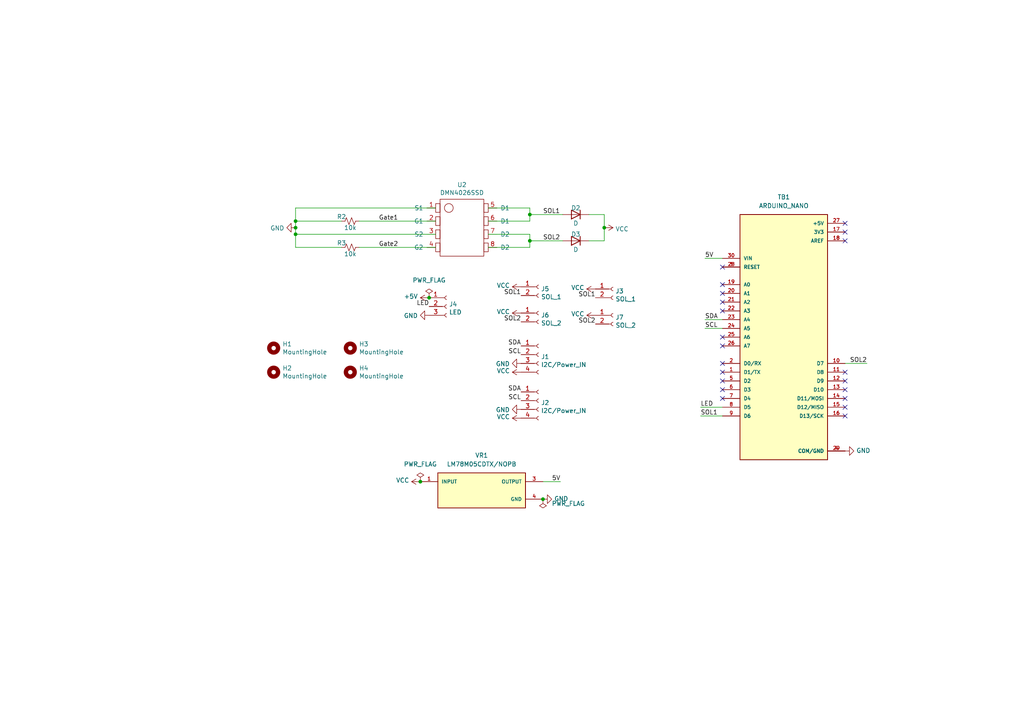
<source format=kicad_sch>
(kicad_sch (version 20211123) (generator eeschema)
  (paper "A4")
  (lib_symbols
    (symbol "ARDUINO_NANO:ARDUINO_NANO" (pin_names (offset 1.016))
      (property "Reference" "TB" (at -12.7 35.56 0))
      (property "Value" "ARDUINO_NANO" (at -12.7 -38.1 0))
      (symbol "ARDUINO_NANO_0_0"
        (rectangle (start -12.7 -35.56) (end 12.7 35.56) (stroke (width 0.254)) (fill (type background)))
        (pin bidirectional line (at -17.78 -10.16 0) (length 5.08) (name "D1/TX") (number "1"))
        (pin bidirectional line (at 17.78 -7.62 180) (length 5.08) (name "D7") (number "10"))
        (pin bidirectional line (at 17.78 -10.16 180) (length 5.08) (name "D8") (number "11"))
        (pin bidirectional line (at 17.78 -12.7 180) (length 5.08) (name "D9") (number "12"))
        (pin bidirectional line (at 17.78 -15.24 180) (length 5.08) (name "D10") (number "13"))
        (pin bidirectional line (at 17.78 -17.78 180) (length 5.08) (name "D11/MOSI") (number "14"))
        (pin bidirectional line (at 17.78 -20.32 180) (length 5.08) (name "D12/MISO") (number "15"))
        (pin bidirectional line (at 17.78 -22.86 180) (length 5.08) (name "D13/SCK") (number "16"))
        (pin power_in line (at 17.78 30.48 180) (length 5.08) (name "3V3") (number "17"))
        (pin power_in line (at 17.78 27.94 180) (length 5.08) (name "AREF") (number "18"))
        (pin input line (at -17.78 15.24 0) (length 5.08) (name "A0") (number "19"))
        (pin bidirectional line (at -17.78 -7.62 0) (length 5.08) (name "D0/RX") (number "2"))
        (pin input line (at -17.78 12.7 0) (length 5.08) (name "A1") (number "20"))
        (pin input line (at -17.78 10.16 0) (length 5.08) (name "A2") (number "21"))
        (pin input line (at -17.78 7.62 0) (length 5.08) (name "A3") (number "22"))
        (pin input line (at -17.78 5.08 0) (length 5.08) (name "A4") (number "23"))
        (pin input line (at -17.78 2.54 0) (length 5.08) (name "A5") (number "24"))
        (pin input line (at -17.78 0 0) (length 5.08) (name "A6") (number "25"))
        (pin input line (at -17.78 -2.54 0) (length 5.08) (name "A7") (number "26"))
        (pin power_in line (at 17.78 33.02 180) (length 5.08) (name "+5V") (number "27"))
        (pin input line (at -17.78 20.32 0) (length 5.08) (name "RESET") (number "28"))
        (pin power_in line (at 17.78 -33.02 180) (length 5.08) (name "COM/GND") (number "29"))
        (pin input line (at -17.78 20.32 0) (length 5.08) (name "RESET") (number "3"))
        (pin input line (at -17.78 22.86 0) (length 5.08) (name "VIN") (number "30"))
        (pin power_in line (at 17.78 -33.02 180) (length 5.08) (name "COM/GND") (number "4"))
        (pin bidirectional line (at -17.78 -12.7 0) (length 5.08) (name "D2") (number "5"))
        (pin bidirectional line (at -17.78 -15.24 0) (length 5.08) (name "D3") (number "6"))
        (pin bidirectional line (at -17.78 -17.78 0) (length 5.08) (name "D4") (number "7"))
        (pin bidirectional line (at -17.78 -20.32 0) (length 5.08) (name "D5") (number "8"))
        (pin bidirectional line (at -17.78 -22.86 0) (length 5.08) (name "D6") (number "9"))
      )
    )
    (symbol "Connector:Conn_01x02_Female" (pin_names (offset 1.016) hide)
      (property "Reference" "J" (at 0 2.54 0))
      (property "Value" "Conn_01x02_Female" (at 0 -5.08 0))
      (symbol "Conn_01x02_Female_1_1"
        (arc (start 0 -2.032) (mid -0.508 -2.54) (end 0 -3.048) (stroke (width 0.1524)))
        (polyline (pts (xy -1.27 -2.54) (xy -0.508 -2.54)) (stroke (width 0.1524)))
        (polyline (pts (xy -1.27 0) (xy -0.508 0)) (stroke (width 0.1524)))
        (arc (start 0 0.508) (mid -0.508 0) (end 0 -0.508) (stroke (width 0.1524)))
        (pin passive line (at -5.08 0 0) (length 3.81) (name "Pin_1") (number "1"))
        (pin passive line (at -5.08 -2.54 0) (length 3.81) (name "Pin_2") (number "2"))
      )
    )
    (symbol "Connector:Conn_01x03_Female" (pin_names (offset 1.016) hide)
      (property "Reference" "J" (at 0 5.08 0))
      (property "Value" "Conn_01x03_Female" (at 0 -5.08 0))
      (symbol "Conn_01x03_Female_1_1"
        (arc (start 0 -2.032) (mid -0.508 -2.54) (end 0 -3.048) (stroke (width 0.1524)))
        (polyline (pts (xy -1.27 -2.54) (xy -0.508 -2.54)) (stroke (width 0.1524)))
        (polyline (pts (xy -1.27 0) (xy -0.508 0)) (stroke (width 0.1524)))
        (polyline (pts (xy -1.27 2.54) (xy -0.508 2.54)) (stroke (width 0.1524)))
        (arc (start 0 0.508) (mid -0.508 0) (end 0 -0.508) (stroke (width 0.1524)))
        (arc (start 0 3.048) (mid -0.508 2.54) (end 0 2.032) (stroke (width 0.1524)))
        (pin passive line (at -5.08 2.54 0) (length 3.81) (name "Pin_1") (number "1"))
        (pin passive line (at -5.08 0 0) (length 3.81) (name "Pin_2") (number "2"))
        (pin passive line (at -5.08 -2.54 0) (length 3.81) (name "Pin_3") (number "3"))
      )
    )
    (symbol "Connector:Conn_01x04_Female" (pin_names (offset 1.016) hide)
      (property "Reference" "J" (at 0 5.08 0))
      (property "Value" "Conn_01x04_Female" (at 0 -7.62 0))
      (symbol "Conn_01x04_Female_1_1"
        (arc (start 0 -4.572) (mid -0.508 -5.08) (end 0 -5.588) (stroke (width 0.1524)))
        (arc (start 0 -2.032) (mid -0.508 -2.54) (end 0 -3.048) (stroke (width 0.1524)))
        (polyline (pts (xy -1.27 -5.08) (xy -0.508 -5.08)) (stroke (width 0.1524)))
        (polyline (pts (xy -1.27 -2.54) (xy -0.508 -2.54)) (stroke (width 0.1524)))
        (polyline (pts (xy -1.27 0) (xy -0.508 0)) (stroke (width 0.1524)))
        (polyline (pts (xy -1.27 2.54) (xy -0.508 2.54)) (stroke (width 0.1524)))
        (arc (start 0 0.508) (mid -0.508 0) (end 0 -0.508) (stroke (width 0.1524)))
        (arc (start 0 3.048) (mid -0.508 2.54) (end 0 2.032) (stroke (width 0.1524)))
        (pin passive line (at -5.08 2.54 0) (length 3.81) (name "Pin_1") (number "1"))
        (pin passive line (at -5.08 0 0) (length 3.81) (name "Pin_2") (number "2"))
        (pin passive line (at -5.08 -2.54 0) (length 3.81) (name "Pin_3") (number "3"))
        (pin passive line (at -5.08 -5.08 0) (length 3.81) (name "Pin_4") (number "4"))
      )
    )
    (symbol "Device:D" (pin_numbers hide) (pin_names (offset 1.016) hide)
      (property "Reference" "D" (at 0 2.54 0))
      (property "Value" "D" (at 0 -2.54 0))
      (symbol "D_0_1"
        (polyline (pts (xy -1.27 1.27) (xy -1.27 -1.27)) (stroke (width 0.254)))
        (polyline (pts (xy 1.27 0) (xy -1.27 0)))
        (polyline (pts (xy 1.27 1.27) (xy 1.27 -1.27) (xy -1.27 0) (xy 1.27 1.27)) (stroke (width 0.254)))
      )
      (symbol "D_1_1"
        (pin passive line (at -3.81 0 0) (length 2.54) (name "K") (number "1"))
        (pin passive line (at 3.81 0 180) (length 2.54) (name "A") (number "2"))
      )
    )
    (symbol "Device:R_Small_US" (pin_numbers hide) (pin_names (offset 0.254) hide)
      (property "Reference" "R" (at 0.762 0.508 0))
      (property "Value" "R_Small_US" (at 0.762 -1.016 0))
      (symbol "R_Small_US_1_1"
        (polyline (pts (xy 0 0) (xy 1.016 -0.381) (xy 0 -0.762) (xy -1.016 -1.143) (xy 0 -1.524)))
        (polyline (pts (xy 0 1.524) (xy 1.016 1.143) (xy 0 0.762) (xy -1.016 0.381) (xy 0 0)))
        (pin passive line (at 0 2.54 270) (length 1.016) (name "~") (number "1"))
        (pin passive line (at 0 -2.54 90) (length 1.016) (name "~") (number "2"))
      )
    )
    (symbol "LM78M05CDTX_NOPB:LM78M05CDTX{slash}NOPB" (pin_names (offset 1.016))
      (property "Reference" "VR" (at -12.7 5.842 0))
      (property "Value" "LM78M05CDTX{slash}NOPB" (at -12.7 -5.842 0))
      (symbol "LM78M05CDTX{slash}NOPB_0_0"
        (rectangle (start -12.7 -5.08) (end 12.7 5.08) (stroke (width 0.254)) (fill (type background)))
        (pin input line (at -17.78 2.54 0) (length 5.08) (name "INPUT") (number "1"))
        (pin output line (at 17.78 2.54 180) (length 5.08) (name "OUTPUT") (number "3"))
        (pin power_in line (at 17.78 -2.54 180) (length 5.08) (name "GND") (number "4"))
      )
    )
    (symbol "Mechanical:MountingHole" (pin_names (offset 1.016))
      (property "Reference" "H" (at 0 5.08 0))
      (property "Value" "MountingHole" (at 0 3.175 0))
      (symbol "MountingHole_0_1"
        (circle (center 0 0) (radius 1.27) (stroke (width 1.27)))
      )
    )
    (symbol "New_Library:DMN4026SSD" (pin_names (offset 1.016))
      (property "Reference" "U" (at 1.27 13.97 0))
      (property "Value" "New_Library_DMN4026SSD" (at 1.27 -5.08 0))
      (symbol "DMN4026SSD_0_1"
        (rectangle (start -5.08 0) (end -6.35 -2.54))
        (rectangle (start -5.08 3.81) (end -6.35 1.27))
        (rectangle (start -5.08 7.62) (end -6.35 5.08))
        (rectangle (start -5.08 11.43) (end -6.35 8.89))
        (rectangle (start -5.08 12.7) (end 7.62 -3.81))
        (circle (center -2.54 10.16) (radius 1.27))
        (rectangle (start 7.62 0) (end 8.89 -2.54))
        (rectangle (start 7.62 3.81) (end 8.89 1.27))
        (rectangle (start 7.62 7.62) (end 8.89 5.08))
        (rectangle (start 7.62 11.43) (end 8.89 8.89))
      )
      (symbol "DMN4026SSD_1_1"
        (pin input line (at -6.35 10.16 180) (length 2.54) (name "S1") (number "1"))
        (pin input line (at -6.35 6.35 180) (length 2.54) (name "G1") (number "2"))
        (pin input line (at -6.35 2.54 180) (length 2.54) (name "S2") (number "3"))
        (pin input line (at -6.35 -1.27 180) (length 2.54) (name "G2") (number "4"))
        (pin input line (at 8.89 10.16 0) (length 2.54) (name "D1") (number "5"))
        (pin input line (at 8.89 6.35 0) (length 2.54) (name "D1") (number "6"))
        (pin input line (at 8.89 2.54 0) (length 2.54) (name "D2") (number "7"))
        (pin input line (at 8.89 -1.27 0) (length 2.54) (name "D2") (number "8"))
      )
    )
    (symbol "power:+5V" (power) (pin_names (offset 0))
      (property "Value" "+5V" (at 0 3.556 0))
      (symbol "+5V_0_1"
        (polyline (pts (xy -0.762 1.27) (xy 0 2.54)))
        (polyline (pts (xy 0 0) (xy 0 2.54)))
        (polyline (pts (xy 0 2.54) (xy 0.762 1.27)))
      )
      (symbol "+5V_1_1"
        (pin power_in line (at 0 0 90) (length 0) hide (name "+5V") (number "1"))
      )
    )
    (symbol "power:GND" (power) (pin_names (offset 0))
      (property "Value" "GND" (at 0 -3.81 0))
      (symbol "GND_0_1"
        (polyline (pts (xy 0 0) (xy 0 -1.27) (xy 1.27 -1.27) (xy 0 -2.54) (xy -1.27 -1.27) (xy 0 -1.27)))
      )
      (symbol "GND_1_1"
        (pin power_in line (at 0 0 270) (length 0) hide (name "GND") (number "1"))
      )
    )
    (symbol "power:PWR_FLAG" (power) (pin_numbers hide) (pin_names (offset 0) hide)
      (property "Value" "PWR_FLAG" (at 0 3.81 0))
      (symbol "PWR_FLAG_0_0"
        (pin power_out line (at 0 0 90) (length 0) (name "pwr") (number "1"))
      )
      (symbol "PWR_FLAG_0_1"
        (polyline (pts (xy 0 0) (xy 0 1.27) (xy -1.016 1.905) (xy 0 2.54) (xy 1.016 1.905) (xy 0 1.27)))
      )
    )
    (symbol "power:VCC" (power) (pin_names (offset 0))
      (property "Value" "VCC" (at 0 3.81 0))
      (symbol "VCC_0_1"
        (polyline (pts (xy -0.762 1.27) (xy 0 2.54)))
        (polyline (pts (xy 0 0) (xy 0 2.54)))
        (polyline (pts (xy 0 2.54) (xy 0.762 1.27)))
      )
      (symbol "VCC_1_1"
        (pin power_in line (at 0 0 90) (length 0) hide (name "VCC") (number "1"))
      )
    )
  )
  (junction (at 124.46 86.36))
  (junction (at 121.92 139.7))
  (junction (at 85.725 64.135))
  (junction (at 153.67 69.85))
  (junction (at 153.67 62.23))
  (junction (at 85.725 66.04))
  (junction (at 157.48 144.78))
  (junction (at 175.26 66.04))
  (junction (at 85.725 67.945))
  (no_connect (at 209.55 97.79))
  (no_connect (at 209.55 85.09))
  (no_connect (at 209.55 87.63))
  (no_connect (at 209.55 90.17))
  (no_connect (at 209.55 77.47))
  (no_connect (at 209.55 82.55))
  (no_connect (at 209.55 100.33))
  (no_connect (at 209.55 105.41))
  (no_connect (at 209.55 107.95))
  (no_connect (at 245.11 64.77))
  (no_connect (at 245.11 67.31))
  (no_connect (at 245.11 69.85))
  (no_connect (at 209.55 110.49))
  (no_connect (at 209.55 113.03))
  (no_connect (at 209.55 115.57))
  (no_connect (at 245.11 107.95))
  (no_connect (at 245.11 113.03))
  (no_connect (at 245.11 110.49))
  (no_connect (at 245.11 120.65))
  (no_connect (at 245.11 118.11))
  (no_connect (at 245.11 115.57))
  (wire (pts (xy 175.26 62.23) (xy 170.815 62.23)))
  (wire (pts (xy 85.725 71.755) (xy 99.06 71.755)))
  (wire (pts (xy 99.06 64.135) (xy 85.725 64.135)))
  (wire (pts (xy 157.48 139.7) (xy 162.56 139.7)))
  (wire (pts (xy 203.2 118.11) (xy 209.55 118.11)))
  (wire (pts (xy 153.67 62.23) (xy 163.195 62.23)))
  (wire (pts (xy 204.47 95.25) (xy 209.55 95.25)))
  (wire (pts (xy 85.725 66.04) (xy 85.725 64.135)))
  (wire (pts (xy 104.14 71.755) (xy 126.365 71.755)))
  (wire (pts (xy 153.67 71.755) (xy 141.605 71.755)))
  (wire (pts (xy 141.605 60.325) (xy 153.67 60.325)))
  (wire (pts (xy 141.605 67.945) (xy 153.67 67.945)))
  (wire (pts (xy 85.725 67.945) (xy 85.725 71.755)))
  (wire (pts (xy 203.2 120.65) (xy 209.55 120.65)))
  (wire (pts (xy 204.47 92.71) (xy 209.55 92.71)))
  (wire (pts (xy 85.725 67.945) (xy 85.725 66.04)))
  (wire (pts (xy 153.67 67.945) (xy 153.67 69.85)))
  (wire (pts (xy 170.815 69.85) (xy 175.26 69.85)))
  (wire (pts (xy 85.725 64.135) (xy 85.725 60.325)))
  (wire (pts (xy 153.67 60.325) (xy 153.67 62.23)))
  (wire (pts (xy 175.26 69.85) (xy 175.26 66.04)))
  (wire (pts (xy 141.605 64.135) (xy 153.67 64.135)))
  (wire (pts (xy 104.14 64.135) (xy 126.365 64.135)))
  (wire (pts (xy 175.26 66.04) (xy 175.26 62.23)))
  (wire (pts (xy 245.11 105.41) (xy 251.46 105.41)))
  (wire (pts (xy 209.55 74.93) (xy 204.47 74.93)))
  (wire (pts (xy 85.725 60.325) (xy 126.365 60.325)))
  (wire (pts (xy 126.365 67.945) (xy 85.725 67.945)))
  (wire (pts (xy 153.67 62.23) (xy 153.67 64.135)))
  (wire (pts (xy 153.67 69.85) (xy 153.67 71.755)))
  (wire (pts (xy 163.195 69.85) (xy 153.67 69.85)))
  (label "SDA" (at 204.47 92.71 0))
  (label "Gate1" (at 109.855 64.135 0))
  (label "SCL" (at 151.13 102.87 180))
  (label "SOL1" (at 172.72 86.36 180))
  (label "SOL1" (at 151.13 85.725 180))
  (label "SOL2" (at 157.48 69.85 0))
  (label "SOL2" (at 172.72 93.98 180))
  (label "SOL2" (at 251.46 105.41 180))
  (label "Gate2" (at 109.855 71.755 0))
  (label "LED" (at 203.2 118.11 0))
  (label "SDA" (at 151.13 113.665 180))
  (label "SOL1" (at 157.48 62.23 0))
  (label "5V" (at 162.56 139.7 180))
  (label "SCL" (at 204.47 95.25 0))
  (label "SDA" (at 151.13 100.33 180))
  (label "LED" (at 124.46 88.9 180))
  (label "SCL" (at 151.13 116.205 180))
  (label "5V" (at 204.47 74.93 0))
  (label "SOL2" (at 151.13 93.345 180))
  (label "SOL1" (at 203.2 120.65 0))
  (symbol (lib_id "Connector:Conn_01x03_Female") (at 129.54 88.9 0) (unit 1)
    (property "Reference" "J4" (at 130.2512 88.2396 0) (effects (justify left)))
    (property "Value" "LED" (at 130.2512 90.551 0) (effects (justify left)))
    (property "Footprint" "Connector_PinHeader_2.54mm:PinHeader_1x03_P2.54mm_Vertical" (effects hide))
  )
  (symbol (lib_id "power:+5V") (at 124.46 86.36 90) (unit 1)
    (property "Reference" "#PWR0120" (effects hide))
    (property "Value" "+5V" (at 121.2088 85.979 90) (effects (justify left)))
  )
  (symbol (lib_id "power:GND") (at 124.46 91.44 270) (unit 1)
    (property "Reference" "#PWR0121" (effects hide))
    (property "Value" "GND" (at 121.2088 91.567 90) (effects (justify right)))
  )
  (symbol (lib_id "power:GND") (at 151.13 105.41 270) (unit 1)
    (property "Reference" "#PWR0113" (effects hide))
    (property "Value" "GND" (at 147.8788 105.537 90) (effects (justify right)))
  )
  (symbol (lib_id "power:VCC") (at 151.13 107.95 90) (unit 1)
    (property "Reference" "#PWR0114" (effects hide))
    (property "Value" "VCC" (at 147.9042 107.569 90) (effects (justify left)))
  )
  (symbol (lib_id "Mechanical:MountingHole") (at 79.375 100.965 0) (unit 1)
    (property "Reference" "H1" (at 81.915 99.7966 0) (effects (justify left)))
    (property "Value" "MountingHole" (at 81.915 102.108 0) (effects (justify left)))
    (property "Footprint" "MountingHole:MountingHole_2.2mm_M2" (effects hide))
  )
  (symbol (lib_id "Mechanical:MountingHole") (at 79.375 107.95 0) (unit 1)
    (property "Reference" "H2" (at 81.915 106.7816 0) (effects (justify left)))
    (property "Value" "MountingHole" (at 81.915 109.093 0) (effects (justify left)))
    (property "Footprint" "MountingHole:MountingHole_2.2mm_M2" (effects hide))
  )
  (symbol (lib_id "Mechanical:MountingHole") (at 101.6 107.95 0) (unit 1)
    (property "Reference" "H4" (at 104.14 106.7816 0) (effects (justify left)))
    (property "Value" "MountingHole" (at 104.14 109.093 0) (effects (justify left)))
    (property "Footprint" "MountingHole:MountingHole_2.2mm_M2" (effects hide))
  )
  (symbol (lib_id "Mechanical:MountingHole") (at 101.6 100.965 0) (unit 1)
    (property "Reference" "H3" (at 104.14 99.7966 0) (effects (justify left)))
    (property "Value" "MountingHole" (at 104.14 102.108 0) (effects (justify left)))
    (property "Footprint" "MountingHole:MountingHole_2.2mm_M2" (effects hide))
  )
  (symbol (lib_id "New_Library:DMN4026SSD") (at 132.715 70.485 0) (unit 1)
    (property "Reference" "U2" (at 133.985 53.594 0))
    (property "Value" "DMN4026SSD" (at 133.985 55.9054 0))
    (property "Footprint" "Dylan:SOIC127P600X150-8N" (effects hide))
  )
  (symbol (lib_id "Device:D") (at 167.005 62.23 180) (unit 1)
    (property "Reference" "D2" (at 167.005 60.325 0))
    (property "Value" "D" (at 167.005 64.77 0))
    (property "Footprint" "Diode_SMD:D_1812_4532Metric" (effects hide))
  )
  (symbol (lib_id "power:VCC") (at 175.26 66.04 270) (unit 1)
    (property "Reference" "#PWR04" (effects hide))
    (property "Value" "VCC" (at 178.4858 66.421 90) (effects (justify left)))
  )
  (symbol (lib_id "Device:D") (at 167.005 69.85 180) (unit 1)
    (property "Reference" "D3" (at 167.005 67.945 0))
    (property "Value" "D" (at 167.005 72.39 0))
    (property "Footprint" "Diode_SMD:D_1812_4532Metric" (effects hide))
  )
  (symbol (lib_id "Connector:Conn_01x04_Female") (at 156.21 102.87 0) (unit 1)
    (property "Reference" "J1" (at 156.9212 103.4796 0) (effects (justify left)))
    (property "Value" "I2C/Power_IN" (at 156.9212 105.791 0) (effects (justify left)))
    (property "Footprint" "Connector_PinHeader_2.54mm:PinHeader_1x04_P2.54mm_Vertical" (effects hide))
  )
  (symbol (lib_id "Device:R_Small_US") (at 101.6 64.135 270) (unit 1)
    (property "Reference" "R2" (at 99.06 62.865 90))
    (property "Value" "10k" (at 101.6 66.04 90))
    (property "Footprint" "Resistor_SMD:R_0805_2012Metric" (effects hide))
  )
  (symbol (lib_id "Device:R_Small_US") (at 101.6 71.755 270) (unit 1)
    (property "Reference" "R3" (at 99.06 70.485 90))
    (property "Value" "10k" (at 101.6 73.66 90))
    (property "Footprint" "Resistor_SMD:R_0805_2012Metric" (effects hide))
  )
  (symbol (lib_id "power:GND") (at 85.725 66.04 270) (unit 1)
    (property "Reference" "#PWR03" (effects hide))
    (property "Value" "GND" (at 82.4738 66.167 90) (effects (justify right)))
  )
  (symbol (lib_id "Connector:Conn_01x04_Female") (at 156.21 116.205 0) (unit 1)
    (property "Reference" "J2" (at 156.9212 116.8146 0) (effects (justify left)))
    (property "Value" "I2C/Power_IN" (at 156.9212 119.126 0) (effects (justify left)))
    (property "Footprint" "Connector_PinHeader_2.54mm:PinHeader_1x04_P2.54mm_Vertical" (effects hide))
  )
  (symbol (lib_id "power:GND") (at 151.13 118.745 270) (unit 1)
    (property "Reference" "#PWR05" (effects hide))
    (property "Value" "GND" (at 147.8788 118.872 90) (effects (justify right)))
  )
  (symbol (lib_id "power:VCC") (at 151.13 121.285 90) (unit 1)
    (property "Reference" "#PWR06" (effects hide))
    (property "Value" "VCC" (at 147.9042 120.904 90) (effects (justify left)))
  )
  (symbol (lib_id "Connector:Conn_01x02_Female") (at 156.21 90.805 0) (unit 1)
    (property "Reference" "J6" (at 156.9212 91.4146 0) (effects (justify left)))
    (property "Value" "SOL_2" (at 156.9212 93.726 0) (effects (justify left)))
    (property "Footprint" "Connector_PinHeader_2.54mm:PinHeader_1x02_P2.54mm_Vertical" (effects hide))
  )
  (symbol (lib_id "Connector:Conn_01x02_Female") (at 156.21 83.185 0) (unit 1)
    (property "Reference" "J5" (at 156.9212 83.7946 0) (effects (justify left)))
    (property "Value" "SOL_1" (at 156.9212 86.106 0) (effects (justify left)))
    (property "Footprint" "Connector_PinHeader_2.54mm:PinHeader_1x02_P2.54mm_Vertical" (effects hide))
  )
  (symbol (lib_id "power:VCC") (at 151.13 90.805 90) (unit 1)
    (property "Reference" "#PWR08" (effects hide))
    (property "Value" "VCC" (at 147.9042 90.424 90) (effects (justify left)))
  )
  (symbol (lib_id "power:VCC") (at 151.13 83.185 90) (unit 1)
    (property "Reference" "#PWR07" (effects hide))
    (property "Value" "VCC" (at 147.9042 82.804 90) (effects (justify left)))
  )
  (symbol (lib_id "power:GND") (at 157.48 144.78 90) (unit 1)
    (property "Reference" "#PWR0104" (effects hide))
    (property "Value" "GND" (at 160.7312 144.653 90) (effects (justify right)))
  )
  (symbol (lib_id "ARDUINO_NANO:ARDUINO_NANO") (at 227.33 97.79 0) (unit 1)
    (property "Reference" "TB1" (at 227.33 57.15 0))
    (property "Value" "ARDUINO_NANO" (at 227.33 59.69 0))
    (property "Footprint" "Dylan:SHIELD_ARDUINO_NANO" (effects hide))
  )
  (symbol (lib_id "power:VCC") (at 121.92 139.7 90) (unit 1)
    (property "Reference" "#PWR0103" (effects hide))
    (property "Value" "VCC" (at 118.6942 139.319 90) (effects (justify left)))
  )
  (symbol (lib_id "power:GND") (at 245.11 130.81 90) (unit 1)
    (property "Reference" "#PWR0105" (effects hide))
    (property "Value" "GND" (at 248.3612 130.683 90) (effects (justify right)))
  )
  (symbol (lib_id "power:PWR_FLAG") (at 121.92 139.7 0) (unit 1)
    (property "Reference" "#FLG0102" (effects hide))
    (property "Value" "PWR_FLAG" (at 121.92 134.62 0))
  )
  (symbol (lib_id "power:VCC") (at 172.72 91.44 90) (unit 1)
    (property "Reference" "#PWR0101" (effects hide))
    (property "Value" "VCC" (at 169.4942 91.059 90) (effects (justify left)))
  )
  (symbol (lib_id "power:PWR_FLAG") (at 124.46 86.36 0) (unit 1)
    (property "Reference" "#FLG0101" (effects hide))
    (property "Value" "PWR_FLAG" (at 124.46 81.28 0))
  )
  (symbol (lib_id "power:PWR_FLAG") (at 157.48 144.78 180) (unit 1)
    (property "Reference" "#FLG0103" (effects hide))
    (property "Value" "PWR_FLAG" (at 160.02 146.0499 0) (effects (justify right)))
  )
  (symbol (lib_id "Connector:Conn_01x02_Female") (at 177.8 83.82 0) (unit 1)
    (property "Reference" "J3" (at 178.5112 84.4296 0) (effects (justify left)))
    (property "Value" "SOL_1" (at 178.5112 86.741 0) (effects (justify left)))
    (property "Footprint" "Connector_PinHeader_2.54mm:PinHeader_1x02_P2.54mm_Vertical" (effects hide))
  )
  (symbol (lib_id "power:VCC") (at 172.72 83.82 90) (unit 1)
    (property "Reference" "#PWR0102" (effects hide))
    (property "Value" "VCC" (at 169.4942 83.439 90) (effects (justify left)))
  )
  (symbol (lib_id "Connector:Conn_01x02_Female") (at 177.8 91.44 0) (unit 1)
    (property "Reference" "J7" (at 178.5112 92.0496 0) (effects (justify left)))
    (property "Value" "SOL_2" (at 178.5112 94.361 0) (effects (justify left)))
    (property "Footprint" "Connector_PinHeader_2.54mm:PinHeader_1x02_P2.54mm_Vertical" (effects hide))
  )
  (symbol (lib_id "LM78M05CDTX_NOPB:LM78M05CDTX{slash}NOPB") (at 139.7 142.24 0) (unit 1)
    (property "Reference" "VR1" (at 139.7 132.08 0))
    (property "Value" "LM78M05CDTX/NOPB" (at 139.7 134.62 0))
    (property "Footprint" "Dylan:TO228P991X255-3N" (effects hide))
    (property "SNAPEDA_PACKAGE_ID" "102662" (effects hide))
    (property "STANDARD" "IPC-7351B" (effects hide))
    (property "PARTREV" "G" (effects hide))
    (property "MANUFACTURER" "Texas Instruments" (effects hide))
    (property "MAXIMUM_PACKAGE_HEIGHT" "2.55mm" (effects hide))
  )
)
</source>
